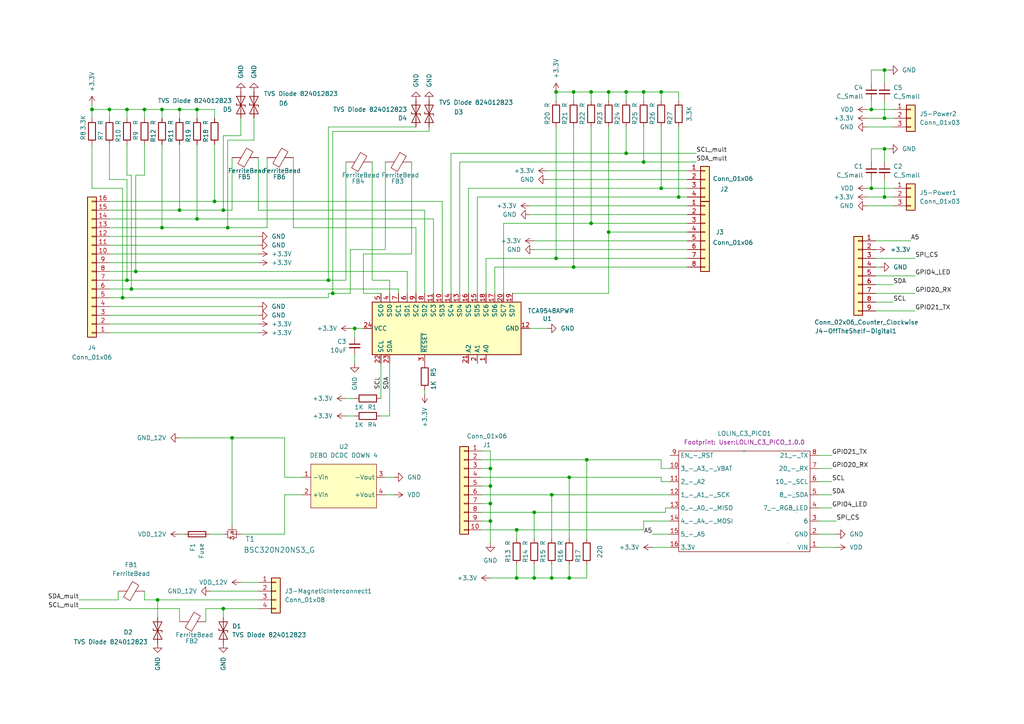
<source format=kicad_sch>
(kicad_sch (version 20231120) (generator "eeschema") (generator_version "8.0")
  (paper "A4")
  (junction (at 57.15 63.5))
  (junction (at 142.24 151.13))
  (junction (at 171.45 64.77))
  (junction (at 181.61 44.45))
  (junction (at 166.37 26.67))
  (junction (at 256.54 20.32))
  (junction (at 142.24 140.97))
  (junction (at 102.87 95.25))
  (junction (at 154.94 148.59))
  (junction (at 45.72 173.99))
  (junction (at 171.45 26.67))
  (junction (at 46.99 66.04))
  (junction (at 166.37 77.47))
  (junction (at 57.15 31.75))
  (junction (at 161.29 74.93))
  (junction (at 62.23 58.42))
  (junction (at 191.77 26.67))
  (junction (at 46.99 31.75))
  (junction (at 36.83 31.75))
  (junction (at 196.85 57.15))
  (junction (at 149.86 167.64))
  (junction (at 256.54 57.15))
  (junction (at 66.04 66.04))
  (junction (at 95.25 81.28))
  (junction (at 67.31 127))
  (junction (at 252.73 54.61))
  (junction (at 256.54 43.18))
  (junction (at 165.1 167.64))
  (junction (at 36.83 81.28))
  (junction (at 64.77 176.53))
  (junction (at 256.54 34.29))
  (junction (at 160.02 143.51))
  (junction (at 154.94 167.64))
  (junction (at 26.67 31.75))
  (junction (at 41.91 31.75))
  (junction (at 161.29 26.67))
  (junction (at 142.24 146.05))
  (junction (at 181.61 26.67))
  (junction (at 96.52 85.09))
  (junction (at 160.02 167.64))
  (junction (at 31.75 31.75))
  (junction (at 38.1 83.82))
  (junction (at 191.77 54.61))
  (junction (at 165.1 138.43))
  (junction (at 176.53 26.67))
  (junction (at 64.77 60.96))
  (junction (at 39.37 78.74))
  (junction (at 252.73 31.75))
  (junction (at 52.07 60.96))
  (junction (at 186.69 26.67))
  (junction (at 52.07 31.75))
  (junction (at 170.18 133.35))
  (junction (at 142.24 135.89))
  (junction (at 176.53 67.31))
  (junction (at 149.86 153.67))
  (junction (at 186.69 46.99))
  (junction (at 35.56 86.36))
  (wire (pts (xy 189.23 158.75) (xy 194.31 158.75)))
  (wire (pts (xy 57.15 41.91) (xy 57.15 63.5)))
  (wire (pts (xy 139.7 151.13) (xy 142.24 151.13)))
  (wire (pts (xy 102.87 95.25) (xy 105.41 95.25)))
  (wire (pts (xy 170.18 133.35) (xy 191.77 133.35)))
  (wire (pts (xy 255.27 77.47) (xy 254 77.47)))
  (wire (pts (xy 256.54 20.32) (xy 257.81 20.32)))
  (wire (pts (xy 111.76 143.51) (xy 114.3 143.51)))
  (wire (pts (xy 118.11 78.74) (xy 118.11 85.09)))
  (wire (pts (xy 124.46 36.83) (xy 124.46 38.1)))
  (wire (pts (xy 31.75 78.74) (xy 39.37 78.74)))
  (wire (pts (xy 38.1 50.8) (xy 38.1 83.82)))
  (wire (pts (xy 57.15 31.75) (xy 57.15 34.29)))
  (wire (pts (xy 95.25 36.83) (xy 95.25 81.28)))
  (wire (pts (xy 189.23 154.94) (xy 194.31 154.94)))
  (wire (pts (xy 160.02 143.51) (xy 194.31 143.51)))
  (wire (pts (xy 105.41 73.66) (xy 105.41 85.09)))
  (wire (pts (xy 154.94 72.39) (xy 199.39 72.39)))
  (wire (pts (xy 139.7 140.97) (xy 142.24 140.97)))
  (wire (pts (xy 256.54 34.29) (xy 259.08 34.29)))
  (wire (pts (xy 143.51 85.09) (xy 143.51 77.47)))
  (wire (pts (xy 31.75 91.44) (xy 74.93 91.44)))
  (wire (pts (xy 82.55 143.51) (xy 87.63 143.51)))
  (wire (pts (xy 74.93 60.96) (xy 123.19 60.96)))
  (wire (pts (xy 60.96 171.45) (xy 74.93 171.45)))
  (wire (pts (xy 139.7 146.05) (xy 142.24 146.05)))
  (wire (pts (xy 153.67 59.69) (xy 199.39 59.69)))
  (wire (pts (xy 96.52 85.09) (xy 101.6 85.09)))
  (wire (pts (xy 57.15 63.5) (xy 125.73 63.5)))
  (wire (pts (xy 142.24 140.97) (xy 142.24 146.05)))
  (wire (pts (xy 251.46 36.83) (xy 259.08 36.83)))
  (wire (pts (xy 139.7 130.81) (xy 142.24 130.81)))
  (wire (pts (xy 77.47 45.72) (xy 77.47 66.04)))
  (wire (pts (xy 82.55 154.94) (xy 82.55 143.51)))
  (wire (pts (xy 196.85 57.15) (xy 199.39 57.15)))
  (wire (pts (xy 41.91 31.75) (xy 41.91 34.29)))
  (wire (pts (xy 36.83 50.8) (xy 38.1 50.8)))
  (wire (pts (xy 256.54 29.21) (xy 256.54 34.29)))
  (wire (pts (xy 176.53 36.83) (xy 176.53 67.31)))
  (wire (pts (xy 139.7 133.35) (xy 170.18 133.35)))
  (wire (pts (xy 31.75 81.28) (xy 36.83 81.28)))
  (wire (pts (xy 38.1 83.82) (xy 31.75 83.82)))
  (wire (pts (xy 191.77 36.83) (xy 191.77 54.61)))
  (wire (pts (xy 135.89 54.61) (xy 135.89 85.09)))
  (wire (pts (xy 139.7 153.67) (xy 149.86 153.67)))
  (wire (pts (xy 115.57 83.82) (xy 115.57 85.09)))
  (wire (pts (xy 135.89 54.61) (xy 191.77 54.61)))
  (wire (pts (xy 100.33 46.99) (xy 100.33 81.28)))
  (wire (pts (xy 52.07 176.53) (xy 52.07 180.34)))
  (wire (pts (xy 66.04 40.64) (xy 66.04 66.04)))
  (wire (pts (xy 101.6 72.39) (xy 101.6 85.09)))
  (wire (pts (xy 64.77 179.07) (xy 64.77 176.53)))
  (wire (pts (xy 142.24 130.81) (xy 142.24 135.89)))
  (wire (pts (xy 46.99 31.75) (xy 46.99 34.29)))
  (wire (pts (xy 31.75 31.75) (xy 31.75 34.29)))
  (wire (pts (xy 149.86 167.64) (xy 154.94 167.64)))
  (wire (pts (xy 254 82.55) (xy 259.08 82.55)))
  (wire (pts (xy 148.59 85.09) (xy 176.53 85.09)))
  (wire (pts (xy 102.87 102.87) (xy 102.87 105.41)))
  (wire (pts (xy 252.73 43.18) (xy 256.54 43.18)))
  (wire (pts (xy 254 74.93) (xy 265.43 74.93)))
  (wire (pts (xy 31.75 63.5) (xy 57.15 63.5)))
  (wire (pts (xy 160.02 167.64) (xy 165.1 167.64)))
  (wire (pts (xy 256.54 52.07) (xy 256.54 57.15)))
  (wire (pts (xy 133.35 85.09) (xy 133.35 46.99)))
  (wire (pts (xy 57.15 31.75) (xy 62.23 31.75)))
  (wire (pts (xy 52.07 60.96) (xy 64.77 60.96)))
  (wire (pts (xy 120.65 36.83) (xy 95.25 36.83)))
  (wire (pts (xy 251.46 57.15) (xy 256.54 57.15)))
  (wire (pts (xy 46.99 41.91) (xy 46.99 66.04)))
  (wire (pts (xy 254 90.17) (xy 265.43 90.17)))
  (wire (pts (xy 73.66 40.64) (xy 66.04 40.64)))
  (wire (pts (xy 67.31 45.72) (xy 67.31 60.96)))
  (wire (pts (xy 140.97 74.93) (xy 140.97 85.09)))
  (wire (pts (xy 237.49 132.08) (xy 241.3 132.08)))
  (wire (pts (xy 186.69 26.67) (xy 186.69 29.21)))
  (wire (pts (xy 196.85 26.67) (xy 196.85 29.21)))
  (wire (pts (xy 161.29 26.67) (xy 161.29 29.21)))
  (wire (pts (xy 41.91 171.45) (xy 41.91 173.99)))
  (wire (pts (xy 110.49 120.65) (xy 113.03 120.65)))
  (wire (pts (xy 170.18 133.35) (xy 170.18 156.21)))
  (wire (pts (xy 59.69 176.53) (xy 64.77 176.53)))
  (wire (pts (xy 105.41 85.09) (xy 110.49 85.09)))
  (wire (pts (xy 101.6 95.25) (xy 102.87 95.25)))
  (wire (pts (xy 154.94 148.59) (xy 154.94 156.21)))
  (wire (pts (xy 176.53 26.67) (xy 181.61 26.67)))
  (wire (pts (xy 252.73 46.99) (xy 252.73 43.18)))
  (wire (pts (xy 31.75 31.75) (xy 36.83 31.75)))
  (wire (pts (xy 237.49 154.94) (xy 242.57 154.94)))
  (wire (pts (xy 191.77 26.67) (xy 196.85 26.67)))
  (wire (pts (xy 256.54 43.18) (xy 256.54 46.99)))
  (wire (pts (xy 143.51 77.47) (xy 166.37 77.47)))
  (wire (pts (xy 171.45 26.67) (xy 171.45 29.21)))
  (wire (pts (xy 34.29 171.45) (xy 34.29 173.99)))
  (wire (pts (xy 82.55 138.43) (xy 87.63 138.43)))
  (wire (pts (xy 166.37 36.83) (xy 166.37 77.47)))
  (wire (pts (xy 120.65 66.04) (xy 120.65 85.09)))
  (wire (pts (xy 138.43 57.15) (xy 138.43 85.09)))
  (wire (pts (xy 22.86 176.53) (xy 52.07 176.53)))
  (wire (pts (xy 186.69 153.67) (xy 186.69 151.13)))
  (wire (pts (xy 186.69 26.67) (xy 191.77 26.67)))
  (wire (pts (xy 191.77 138.43) (xy 191.77 139.7)))
  (wire (pts (xy 64.77 60.96) (xy 67.31 60.96)))
  (wire (pts (xy 69.85 39.37) (xy 64.77 39.37)))
  (wire (pts (xy 35.56 54.61) (xy 35.56 86.36)))
  (wire (pts (xy 85.09 45.72) (xy 85.09 66.04)))
  (wire (pts (xy 95.25 85.09) (xy 96.52 85.09)))
  (wire (pts (xy 254 85.09) (xy 265.43 85.09)))
  (wire (pts (xy 59.69 176.53) (xy 59.69 180.34)))
  (wire (pts (xy 128.27 58.42) (xy 128.27 85.09)))
  (wire (pts (xy 251.46 31.75) (xy 252.73 31.75)))
  (wire (pts (xy 161.29 74.93) (xy 199.39 74.93)))
  (wire (pts (xy 41.91 173.99) (xy 45.72 173.99)))
  (wire (pts (xy 111.76 138.43) (xy 114.3 138.43)))
  (wire (pts (xy 74.93 168.91) (xy 69.85 168.91)))
  (wire (pts (xy 139.7 143.51) (xy 160.02 143.51)))
  (wire (pts (xy 138.43 57.15) (xy 196.85 57.15)))
  (wire (pts (xy 193.04 147.32) (xy 194.31 147.32)))
  (wire (pts (xy 45.72 173.99) (xy 45.72 179.07)))
  (wire (pts (xy 31.75 76.2) (xy 74.93 76.2)))
  (wire (pts (xy 237.49 151.13) (xy 242.57 151.13)))
  (wire (pts (xy 26.67 54.61) (xy 35.56 54.61)))
  (wire (pts (xy 85.09 66.04) (xy 120.65 66.04)))
  (wire (pts (xy 170.18 163.83) (xy 170.18 167.64)))
  (wire (pts (xy 181.61 26.67) (xy 186.69 26.67)))
  (wire (pts (xy 102.87 95.25) (xy 102.87 97.79)))
  (wire (pts (xy 69.85 154.94) (xy 82.55 154.94)))
  (wire (pts (xy 186.69 46.99) (xy 201.93 46.99)))
  (wire (pts (xy 146.05 64.77) (xy 171.45 64.77)))
  (wire (pts (xy 171.45 26.67) (xy 176.53 26.67)))
  (wire (pts (xy 119.38 46.99) (xy 119.38 73.66)))
  (wire (pts (xy 251.46 59.69) (xy 259.08 59.69)))
  (wire (pts (xy 31.75 68.58) (xy 74.93 68.58)))
  (wire (pts (xy 186.69 151.13) (xy 194.31 151.13)))
  (wire (pts (xy 142.24 146.05) (xy 142.24 151.13)))
  (wire (pts (xy 95.25 81.28) (xy 100.33 81.28)))
  (wire (pts (xy 142.24 151.13) (xy 142.24 157.48)))
  (wire (pts (xy 171.45 36.83) (xy 171.45 64.77)))
  (wire (pts (xy 160.02 163.83) (xy 160.02 167.64)))
  (wire (pts (xy 252.73 24.13) (xy 252.73 20.32)))
  (wire (pts (xy 73.66 34.29) (xy 73.66 40.64)))
  (wire (pts (xy 165.1 163.83) (xy 165.1 167.64)))
  (wire (pts (xy 39.37 78.74) (xy 118.11 78.74)))
  (wire (pts (xy 191.77 135.89) (xy 194.31 135.89)))
  (wire (pts (xy 74.93 45.72) (xy 74.93 60.96)))
  (wire (pts (xy 140.97 74.93) (xy 161.29 74.93)))
  (wire (pts (xy 154.94 148.59) (xy 193.04 148.59)))
  (wire (pts (xy 181.61 26.67) (xy 181.61 29.21)))
  (wire (pts (xy 45.72 173.99) (xy 74.93 173.99)))
  (wire (pts (xy 252.73 52.07) (xy 252.73 54.61)))
  (wire (pts (xy 251.46 34.29) (xy 256.54 34.29)))
  (wire (pts (xy 237.49 135.89) (xy 241.3 135.89)))
  (wire (pts (xy 31.75 41.91) (xy 31.75 52.07)))
  (wire (pts (xy 31.75 66.04) (xy 46.99 66.04)))
  (wire (pts (xy 26.67 31.75) (xy 26.67 34.29)))
  (wire (pts (xy 52.07 154.94) (xy 53.34 154.94)))
  (wire (pts (xy 69.85 34.29) (xy 69.85 39.37)))
  (wire (pts (xy 252.73 31.75) (xy 259.08 31.75)))
  (wire (pts (xy 160.02 143.51) (xy 160.02 156.21)))
  (wire (pts (xy 165.1 138.43) (xy 165.1 156.21)))
  (wire (pts (xy 41.91 41.91) (xy 41.91 50.8)))
  (wire (pts (xy 154.94 69.85) (xy 199.39 69.85)))
  (wire (pts (xy 125.73 63.5) (xy 125.73 85.09)))
  (wire (pts (xy 22.86 173.99) (xy 34.29 173.99)))
  (wire (pts (xy 111.76 72.39) (xy 101.6 72.39)))
  (wire (pts (xy 149.86 163.83) (xy 149.86 167.64)))
  (wire (pts (xy 31.75 58.42) (xy 62.23 58.42)))
  (wire (pts (xy 36.83 31.75) (xy 41.91 31.75)))
  (wire (pts (xy 154.94 167.64) (xy 160.02 167.64)))
  (wire (pts (xy 256.54 43.18) (xy 257.81 43.18)))
  (wire (pts (xy 46.99 31.75) (xy 52.07 31.75)))
  (wire (pts (xy 142.24 167.64) (xy 149.86 167.64)))
  (wire (pts (xy 158.75 49.53) (xy 199.39 49.53)))
  (wire (pts (xy 176.53 85.09) (xy 176.53 67.31)))
  (wire (pts (xy 186.69 36.83) (xy 186.69 46.99)))
  (wire (pts (xy 139.7 135.89) (xy 142.24 135.89)))
  (wire (pts (xy 251.46 54.61) (xy 252.73 54.61)))
  (wire (pts (xy 26.67 30.48) (xy 26.67 31.75)))
  (wire (pts (xy 31.75 88.9) (xy 74.93 88.9)))
  (wire (pts (xy 36.83 41.91) (xy 36.83 50.8)))
  (wire (pts (xy 181.61 36.83) (xy 181.61 44.45)))
  (wire (pts (xy 95.25 86.36) (xy 95.25 85.09)))
  (wire (pts (xy 100.33 115.57) (xy 102.87 115.57)))
  (wire (pts (xy 123.19 113.03) (xy 123.19 114.3)))
  (wire (pts (xy 149.86 153.67) (xy 149.86 156.21)))
  (wire (pts (xy 191.77 26.67) (xy 191.77 29.21)))
  (wire (pts (xy 130.81 44.45) (xy 181.61 44.45)))
  (wire (pts (xy 176.53 26.67) (xy 176.53 29.21)))
  (wire (pts (xy 161.29 26.67) (xy 166.37 26.67)))
  (wire (pts (xy 31.75 86.36) (xy 35.56 86.36)))
  (wire (pts (xy 31.75 96.52) (xy 74.93 96.52)))
  (wire (pts (xy 237.49 158.75) (xy 242.57 158.75)))
  (wire (pts (xy 191.77 133.35) (xy 191.77 135.89)))
  (wire (pts (xy 191.77 139.7) (xy 194.31 139.7)))
  (wire (pts (xy 181.61 44.45) (xy 201.93 44.45)))
  (wire (pts (xy 176.53 67.31) (xy 199.39 67.31)))
  (wire (pts (xy 31.75 73.66) (xy 74.93 73.66)))
  (wire (pts (xy 26.67 41.91) (xy 26.67 54.61)))
  (wire (pts (xy 237.49 147.32) (xy 241.3 147.32)))
  (wire (pts (xy 133.35 46.99) (xy 186.69 46.99)))
  (wire (pts (xy 119.38 73.66) (xy 105.41 73.66)))
  (wire (pts (xy 124.46 38.1) (xy 96.52 38.1)))
  (wire (pts (xy 252.73 29.21) (xy 252.73 31.75)))
  (wire (pts (xy 31.75 60.96) (xy 52.07 60.96)))
  (wire (pts (xy 64.77 39.37) (xy 64.77 60.96)))
  (wire (pts (xy 237.49 139.7) (xy 241.3 139.7)))
  (wire (pts (xy 41.91 31.75) (xy 46.99 31.75)))
  (wire (pts (xy 142.24 135.89) (xy 142.24 140.97)))
  (wire (pts (xy 52.07 41.91) (xy 52.07 60.96)))
  (wire (pts (xy 254 69.85) (xy 264.16 69.85)))
  (wire (pts (xy 111.76 46.99) (xy 111.76 72.39)))
  (wire (pts (xy 123.19 60.96) (xy 123.19 85.09)))
  (wire (pts (xy 153.67 62.23) (xy 199.39 62.23)))
  (wire (pts (xy 62.23 41.91) (xy 62.23 58.42)))
  (wire (pts (xy 158.75 52.07) (xy 199.39 52.07)))
  (wire (pts (xy 52.07 31.75) (xy 57.15 31.75)))
  (wire (pts (xy 38.1 83.82) (xy 115.57 83.82)))
  (wire (pts (xy 154.94 163.83) (xy 154.94 167.64)))
  (wire (pts (xy 67.31 127) (xy 82.55 127)))
  (wire (pts (xy 139.7 148.59) (xy 154.94 148.59)))
  (wire (pts (xy 254 80.01) (xy 265.43 80.01)))
  (wire (pts (xy 96.52 38.1) (xy 96.52 85.09)))
  (wire (pts (xy 110.49 105.41) (xy 110.49 115.57)))
  (wire (pts (xy 252.73 20.32) (xy 256.54 20.32)))
  (wire (pts (xy 62.23 31.75) (xy 62.23 34.29)))
  (wire (pts (xy 107.95 46.99) (xy 107.95 81.28)))
  (wire (pts (xy 113.03 105.41) (xy 113.03 120.65)))
  (wire (pts (xy 193.04 148.59) (xy 193.04 147.32)))
  (wire (pts (xy 252.73 54.61) (xy 259.08 54.61)))
  (wire (pts (xy 60.96 154.94) (xy 64.77 154.94)))
  (wire (pts (xy 166.37 26.67) (xy 171.45 26.67)))
  (wire (pts (xy 191.77 54.61) (xy 199.39 54.61)))
  (wire (pts (xy 166.37 26.67) (xy 166.37 29.21)))
  (wire (pts (xy 36.83 52.07) (xy 36.83 81.28)))
  (wire (pts (xy 64.77 176.53) (xy 74.93 176.53)))
  (wire (pts (xy 256.54 20.32) (xy 256.54 24.13)))
  (wire (pts (xy 62.23 58.42) (xy 128.27 58.42)))
  (wire (pts (xy 41.91 50.8) (xy 39.37 50.8)))
  (wire (pts (xy 36.83 31.75) (xy 36.83 34.29)))
  (wire (pts (xy 153.67 95.25) (xy 158.75 95.25)))
  (wire (pts (xy 161.29 36.83) (xy 161.29 74.93)))
  (wire (pts (xy 107.95 81.28) (xy 113.03 81.28)))
  (wire (pts (xy 171.45 64.77) (xy 199.39 64.77)))
  (wire (pts (xy 52.07 127) (xy 67.31 127)))
  (wire (pts (xy 31.75 52.07) (xy 36.83 52.07)))
  (wire (pts (xy 149.86 153.67) (xy 186.69 153.67)))
  (wire (pts (xy 166.37 77.47) (xy 199.39 77.47)))
  (wire (pts (xy 31.75 93.98) (xy 74.93 93.98)))
  (wire (pts (xy 46.99 66.04) (xy 66.04 66.04)))
  (wire (pts (xy 52.07 31.75) (xy 52.07 34.29)))
  (wire (pts (xy 39.37 50.8) (xy 39.37 78.74)))
  (wire (pts (xy 139.7 138.43) (xy 165.1 138.43)))
  (wire (pts (xy 237.49 143.51) (xy 241.3 143.51)))
  (wire (pts (xy 130.81 85.09) (xy 130.81 44.45)))
  (wire (pts (xy 100.33 120.65) (xy 102.87 120.65)))
  (wire (pts (xy 113.03 81.28) (xy 113.03 85.09)))
  (wire (pts (xy 26.67 31.75) (xy 31.75 31.75)))
  (wire (pts (xy 35.56 86.36) (xy 95.25 86.36)))
  (wire (pts (xy 36.83 81.28) (xy 95.25 81.28)))
  (wire (pts (xy 196.85 36.83) (xy 196.85 57.15)))
  (wire (pts (xy 146.05 85.09) (xy 146.05 64.77)))
  (wire (pts (xy 165.1 167.64) (xy 170.18 167.64)))
  (wire (pts (xy 165.1 138.43) (xy 191.77 138.43)))
  (wire (pts (xy 256.54 57.15) (xy 259.08 57.15)))
  (wire (pts (xy 31.75 71.12) (xy 74.93 71.12)))
  (wire (pts (xy 254 87.63) (xy 259.08 87.63)))
  (wire (pts (xy 82.55 138.43) (xy 82.55 127)))
  (wire (pts (xy 66.04 66.04) (xy 77.47 66.04)))
  (wire (pts (xy 67.31 152.4) (xy 67.31 127)))
  (label "GPIO20_RX" (at 241.3 135.89 0))
  (label "GPIO4_LED" (at 241.3 147.32 0))
  (label "SCL" (at 259.08 87.63 0))
  (label "SDA_mult" (at 22.86 173.99 180))
  (label "A5" (at 264.16 69.85 0))
  (label "SDA" (at 241.3 143.51 0))
  (label "A5" (at 189.23 154.94 180))
  (label "SCL" (at 241.3 139.7 0))
  (label "SCL_mult" (at 201.93 44.45 0))
  (label "GPIO4_LED" (at 265.43 80.01 0))
  (label "SPI_CS" (at 242.57 151.13 0))
  (label "GPIO20_RX" (at 265.43 85.09 0))
  (label "SCL" (at 110.49 109.22 270))
  (label "SPI_CS" (at 265.43 74.93 0))
  (label "GPIO21_TX" (at 265.43 90.17 0))
  (label "SDA_mult" (at 201.93 46.99 0))
  (label "SDA" (at 113.03 109.22 270))
  (label "SDA" (at 259.08 82.55 0))
  (label "GPIO21_TX" (at 241.3 132.08 0))
  (label "SCL_mult" (at 22.86 176.53 180))
  (symbol (lib_id "UserDefined:LOLIN_C3_PICO_1.0.0") (at 215.9 130.81 0) (unit 1)
    (property "Reference" "LOLIN_C3_PICO1" (at 215.9 125.73 0))
    (property "Value" "~" (at 215.9 130.81 0))
    (property "Footprint" "User:LOLIN_C3_PICO_1.0.0" (at 215.9 128.27 0) (show_name yes))
    (property "Datasheet" "https://www.espressif.com/sites/default/files/documentation/esp32-c3_datasheet_en.pdf" (effects (hide yes)))
  )
  (symbol (lib_id "power:GND") (at 74.93 71.12 90) (mirror x) (unit 1)
    (property "Reference" "#PWR028" (effects (hide yes)))
    (property "Value" "GND" (at 78.74 71.1199 90) (effects (justify right)))
  )
  (symbol (lib_id "power:GND") (at 102.87 105.41 0) (unit 1)
    (property "Reference" "#PWR015" (effects (hide yes)))
    (property "Value" "GND" (at 102.87 109.22 90) (effects (justify right)))
  )
  (symbol (lib_id "Device:R") (at 106.68 120.65 90) (unit 1)
    (property "Reference" "R4" (at 107.95 123.19 90))
    (property "Value" "1K" (at 104.14 123.19 90))
    (property "Footprint" "Resistor_SMD:R_0805_2012Metric_Pad1.20x1.40mm_HandSolder" (effects (hide yes)))
  )
  (symbol (lib_id "Connector_Generic:Conn_01x08") (at 204.47 67.31 0) (unit 1)
    (property "Reference" "J3" (at 208.788 67.31 0))
    (property "Value" "Conn_01x06" (at 212.598 70.358 0))
    (property "Footprint" "Connector_PinHeader_2.54mm:PinHeader_1x08_P2.54mm_Vertical" (effects (hide yes)))
    (property "Description" "Generic connector, single row, 01x08, script generated (kicad-library-utils/schlib/autogen/connector/)" (effects (hide yes)))
  )
  (symbol (lib_id "power:+3.3V") (at 74.93 93.98 270) (unit 1)
    (property "Reference" "#PWR031" (effects (hide yes)))
    (property "Value" "+3.3V" (at 78.74 93.98 90) (effects (justify left)))
  )
  (symbol (lib_id "Diode:SMAJ400CA") (at 124.46 33.02 270) (unit 1)
    (property "Reference" "D3" (at 134.366 32.512 90) (effects (justify right)))
    (property "Value" "TVS Diode 824012823" (at 148.844 29.718 90) (effects (justify right)))
    (property "Footprint" "Resistor_SMD:R_0603_1608Metric_Pad0.98x0.95mm_HandSolder" (effects (hide yes)))
    (property "Datasheet" "https://www.littelfuse.com/media?resourcetype=datasheets&itemid=75e32973-b177-4ee3-a0ff-cedaf1abdb93&filename=smaj-datasheet" (effects (hide yes)))
    (property "Description" "600W bidirectional Transient Voltage Suppressor, 400.0Vr, SMA(DO-214AC)" (effects (hide yes)))
  )
  (symbol (lib_id "power:VDD") (at 52.07 154.94 90) (mirror x) (unit 1)
    (property "Reference" "#PWR021" (effects (hide yes)))
    (property "Value" "VDD_12V" (at 48.26 154.94 90) (effects (justify left)))
  )
  (symbol (lib_id "Device:FerriteBead") (at 38.1 171.45 90) (unit 1)
    (property "Reference" "FB1" (at 38.0492 163.83 90))
    (property "Value" "FerriteBead" (at 38.0492 166.37 90))
    (property "Footprint" "Resistor_SMD:R_0805_2012Metric_Pad1.20x1.40mm_HandSolder" (effects (hide yes)))
    (property "Description" "Ferrite bead" (effects (hide yes)))
  )
  (symbol (lib_id "power:GND") (at 69.85 26.67 180) (unit 1)
    (property "Reference" "#PWR051" (effects (hide yes)))
    (property "Value" "GND" (at 69.8499 22.86 90) (effects (justify right)))
  )
  (symbol (lib_id "Diode:SMAJ250CA") (at 69.85 30.48 270) (unit 1)
    (property "Reference" "D5" (at 67.31 31.7501 90) (effects (justify right)))
    (property "Value" "TVS Diode 824012823" (at 67.31 29.2101 90) (effects (justify right)))
    (property "Footprint" "Resistor_SMD:R_0603_1608Metric_Pad0.98x0.95mm_HandSolder" (effects (hide yes)))
    (property "Datasheet" "https://www.littelfuse.com/media?resourcetype=datasheets&itemid=75e32973-b177-4ee3-a0ff-cedaf1abdb93&filename=smaj-datasheet" (effects (hide yes)))
    (property "Description" "600W bidirectional Transient Voltage Suppressor, 250.0Vr, SMA(DO-214AC)" (effects (hide yes)))
  )
  (symbol (lib_id "power:GND") (at 45.72 186.69 0) (unit 1)
    (property "Reference" "#PWR038" (effects (hide yes)))
    (property "Value" "GND" (at 45.7201 190.5 90) (effects (justify right)))
  )
  (symbol (lib_id "power:GND") (at 154.94 72.39 270) (unit 1)
    (property "Reference" "#PWR050" (effects (hide yes)))
    (property "Value" "GND" (at 151.13 72.3901 90) (effects (justify right)))
  )
  (symbol (lib_id "Device:R") (at 166.37 33.02 0) (unit 1)
    (property "Reference" "R21" (at 163.83 34.29 90))
    (property "Value" "R" (at 163.83 30.48 90))
    (property "Footprint" "Resistor_SMD:R_0805_2012Metric_Pad1.20x1.40mm_HandSolder" (effects (hide yes)))
  )
  (symbol (lib_id "power:+3.3V") (at 100.33 115.57 90) (unit 1)
    (property "Reference" "#PWR016" (effects (hide yes)))
    (property "Value" "+3.3V" (at 96.52 115.57 90) (effects (justify left)))
  )
  (symbol (lib_id "power:GND") (at 257.81 20.32 90) (unit 1)
    (property "Reference" "#PWR026" (effects (hide yes)))
    (property "Value" "GND" (at 261.62 20.32 90) (effects (justify right)))
  )
  (symbol (lib_id "Diode:SMAJ400CA") (at 45.72 182.88 90) (unit 1)
    (property "Reference" "D2" (at 35.814 183.388 90) (effects (justify right)))
    (property "Value" "TVS Diode 824012823" (at 21.336 186.182 90) (effects (justify right)))
    (property "Footprint" "Resistor_SMD:R_0603_1608Metric_Pad0.98x0.95mm_HandSolder" (effects (hide yes)))
    (property "Datasheet" "https://www.littelfuse.com/media?resourcetype=datasheets&itemid=75e32973-b177-4ee3-a0ff-cedaf1abdb93&filename=smaj-datasheet" (effects (hide yes)))
    (property "Description" "600W bidirectional Transient Voltage Suppressor, 400.0Vr, SMA(DO-214AC)" (effects (hide yes)))
  )
  (symbol (lib_id "power:+3.3V") (at 123.19 114.3 180) (unit 1)
    (property "Reference" "#PWR020" (effects (hide yes)))
    (property "Value" "+3.3V" (at 123.19 118.11 90) (effects (justify left)))
  )
  (symbol (lib_id "power:GND") (at 60.96 171.45 270) (unit 1)
    (property "Reference" "#PWR011" (effects (hide yes)))
    (property "Value" "GND_12V" (at 57.15 171.4499 90) (effects (justify right)))
  )
  (symbol (lib_id "Diode:SMAJ250CA") (at 120.65 33.02 270) (unit 1)
    (property "Reference" "D4" (at 118.11 34.2901 90) (effects (justify right)))
    (property "Value" "TVS Diode 824012823" (at 118.11 31.7501 90) (effects (justify right)))
    (property "Footprint" "Resistor_SMD:R_0603_1608Metric_Pad0.98x0.95mm_HandSolder" (effects (hide yes)))
    (property "Datasheet" "https://www.littelfuse.com/media?resourcetype=datasheets&itemid=75e32973-b177-4ee3-a0ff-cedaf1abdb93&filename=smaj-datasheet" (effects (hide yes)))
    (property "Description" "600W bidirectional Transient Voltage Suppressor, 250.0Vr, SMA(DO-214AC)" (effects (hide yes)))
  )
  (symbol (lib_id "Device:R") (at 106.68 115.57 90) (unit 1)
    (property "Reference" "R1" (at 107.95 118.11 90))
    (property "Value" "1K" (at 104.14 118.11 90))
    (property "Footprint" "Resistor_SMD:R_0805_2012Metric_Pad1.20x1.40mm_HandSolder" (effects (hide yes)))
  )
  (symbol (lib_id "Device:FerriteBead") (at 55.88 180.34 270) (unit 1)
    (property "Reference" "FB2" (at 55.626 185.928 90))
    (property "Value" "FerriteBead" (at 56.388 184.15 90))
    (property "Footprint" "Resistor_SMD:R_0805_2012Metric_Pad1.20x1.40mm_HandSolder" (effects (hide yes)))
    (property "Description" "Ferrite bead" (effects (hide yes)))
  )
  (symbol (lib_id "Device:R") (at 181.61 33.02 0) (unit 1)
    (property "Reference" "R24" (at 179.07 34.29 90))
    (property "Value" "R" (at 179.07 30.48 90))
    (property "Footprint" "Resistor_SMD:R_0805_2012Metric_Pad1.20x1.40mm_HandSolder" (effects (hide yes)))
  )
  (symbol (lib_id "Device:R") (at 191.77 33.02 0) (unit 1)
    (property "Reference" "R26" (at 189.23 34.29 90))
    (property "Value" "R" (at 189.23 30.48 90))
    (property "Footprint" "Resistor_SMD:R_0805_2012Metric_Pad1.20x1.40mm_HandSolder" (effects (hide yes)))
  )
  (symbol (lib_id "Device:R") (at 176.53 33.02 0) (unit 1)
    (property "Reference" "R23" (at 173.99 34.29 90))
    (property "Value" "R" (at 173.99 30.48 90))
    (property "Footprint" "Resistor_SMD:R_0805_2012Metric_Pad1.20x1.40mm_HandSolder" (effects (hide yes)))
  )
  (symbol (lib_id "power:+3.3V") (at 251.46 34.29 90) (unit 1)
    (property "Reference" "#PWR024" (effects (hide yes)))
    (property "Value" "+3.3V" (at 247.65 34.29 90) (effects (justify left)))
  )
  (symbol (lib_id "Device:FerriteBead") (at 115.57 46.99 270) (unit 1)
    (property "Reference" "FB3" (at 115.316 52.578 90))
    (property "Value" "FerriteBead" (at 116.078 50.8 90))
    (property "Footprint" "Resistor_SMD:R_0805_2012Metric_Pad1.20x1.40mm_HandSolder" (effects (hide yes)))
    (property "Description" "Ferrite bead" (effects (hide yes)))
  )
  (symbol (lib_id "Device:R") (at 46.99 38.1 0) (unit 1)
    (property "Reference" "R12" (at 44.45 39.37 90))
    (property "Value" "R" (at 44.45 35.56 90))
    (property "Footprint" "Resistor_SMD:R_0805_2012Metric_Pad1.20x1.40mm_HandSolder" (effects (hide yes)))
  )
  (symbol (lib_id "power:+3.3V") (at 251.46 57.15 90) (unit 1)
    (property "Reference" "#PWR04" (effects (hide yes)))
    (property "Value" "+3.3V" (at 247.65 57.15 90) (effects (justify left)))
  )
  (symbol (lib_id "Device:R") (at 161.29 33.02 0) (unit 1)
    (property "Reference" "R20" (at 158.75 34.29 90))
    (property "Value" "R" (at 158.75 30.48 90))
    (property "Footprint" "Resistor_SMD:R_0805_2012Metric_Pad1.20x1.40mm_HandSolder" (effects (hide yes)))
  )
  (symbol (lib_id "Device:Fuse") (at 57.15 154.94 90) (mirror x) (unit 1)
    (property "Reference" "F1" (at 55.8799 157.48 0) (effects (justify left)))
    (property "Value" "Fuse" (at 58.4199 157.48 0) (effects (justify left)))
    (property "Footprint" "Fuse:Fuse_0805_2012Metric_Pad1.15x1.40mm_HandSolder" (effects (hide yes)))
    (property "Description" "Fuse" (effects (hide yes)))
  )
  (symbol (lib_id "Device:R") (at 123.19 109.22 180) (unit 1)
    (property "Reference" "R5" (at 125.73 107.95 90))
    (property "Value" "1K" (at 125.73 111.76 90))
    (property "Footprint" "Resistor_SMD:R_0805_2012Metric_Pad1.20x1.40mm_HandSolder" (effects (hide yes)))
  )
  (symbol (lib_id "Device:R") (at 57.15 38.1 0) (unit 1)
    (property "Reference" "R19" (at 54.61 39.37 90))
    (property "Value" "R" (at 54.61 35.56 90))
    (property "Footprint" "Resistor_SMD:R_0805_2012Metric_Pad1.20x1.40mm_HandSolder" (effects (hide yes)))
  )
  (symbol (lib_id "power:GND") (at 255.27 77.47 90) (unit 1)
    (property "Reference" "#PWR03" (effects (hide yes)))
    (property "Value" "GND" (at 259.08 77.47 90) (effects (justify right)))
  )
  (symbol (lib_id "buck_convertor:DEBO_DCDC_DOWN_4") (at 129.54 147.32 0) (unit 1)
    (property "Reference" "U2" (at 99.695 129.54 0))
    (property "Value" "DEBO DCDC DOWN 4" (at 99.695 132.08 0))
    (property "Footprint" "DEBO DCDC DOWN 4:DEBO DCDC DOWN 4" (effects (hide yes)))
  )
  (symbol (lib_id "Device:C_Small") (at 256.54 26.67 0) (unit 1)
    (property "Reference" "C5" (at 259.08 25.4063 0) (effects (justify left)))
    (property "Value" "C_Small" (at 259.08 27.9463 0) (effects (justify left)))
    (property "Footprint" "Capacitor_SMD:C_0805_2012Metric_Pad1.18x1.45mm_HandSolder" (effects (hide yes)))
  )
  (symbol (lib_id "Device:R") (at 170.18 160.02 0) (unit 1)
    (property "Reference" "R17" (at 167.64 161.29 90))
    (property "Value" "220" (at 173.99 160.02 90))
    (property "Footprint" "Resistor_SMD:R_0805_2012Metric_Pad1.20x1.40mm_HandSolder" (effects (hide yes)))
  )
  (symbol (lib_id "Device:FerriteBead") (at 104.14 46.99 270) (unit 1)
    (property "Reference" "FB4" (at 103.886 52.578 90))
    (property "Value" "FerriteBead" (at 104.648 50.8 90))
    (property "Footprint" "Resistor_SMD:R_0805_2012Metric_Pad1.20x1.40mm_HandSolder" (effects (hide yes)))
    (property "Description" "Ferrite bead" (effects (hide yes)))
  )
  (symbol (lib_id "Device:FerriteBead") (at 81.28 45.72 270) (unit 1)
    (property "Reference" "FB6" (at 81.026 51.308 90))
    (property "Value" "FerriteBead" (at 81.788 49.53 90))
    (property "Footprint" "Resistor_SMD:R_0805_2012Metric_Pad1.20x1.40mm_HandSolder" (effects (hide yes)))
    (property "Description" "Ferrite bead" (effects (hide yes)))
  )
  (symbol (lib_id "power:VDD") (at 114.3 143.51 270) (unit 1)
    (property "Reference" "#PWR014" (effects (hide yes)))
    (property "Value" "VDD" (at 118.11 143.5099 90) (effects (justify left)))
  )
  (symbol (lib_id "power:+3.3V") (at 101.6 95.25 90) (unit 1)
    (property "Reference" "#PWR012" (effects (hide yes)))
    (property "Value" "+3.3V" (at 97.79 95.25 90) (effects (justify left)))
  )
  (symbol (lib_id "power:+3.3V") (at 100.33 120.65 90) (unit 1)
    (property "Reference" "#PWR019" (effects (hide yes)))
    (property "Value" "+3.3V" (at 96.52 120.65 90) (effects (justify left)))
  )
  (symbol (lib_id "Connector_Generic:Conn_01x04") (at 204.47 52.07 0) (unit 1)
    (property "Reference" "J2" (at 210.058 54.864 0))
    (property "Value" "Conn_01x06" (at 212.598 51.816 0))
    (property "Footprint" "Connector_PinHeader_2.54mm:PinHeader_1x04_P2.54mm_Vertical" (effects (hide yes)))
    (property "Description" "Generic connector, single row, 01x04, script generated (kicad-library-utils/schlib/autogen/connector/)" (effects (hide yes)))
  )
  (symbol (lib_id "Connector_Generic:Conn_01x04") (at 80.01 171.45 0) (unit 1)
    (property "Reference" "J3-MagneticInterconnect1" (at 82.55 171.45 0) (effects (justify left)))
    (property "Value" "Conn_01x08" (at 82.55 173.99 0) (effects (justify left)))
    (property "Footprint" "Connector_JST:JST_VH_B4P-VH-B_1x04_P3.96mm_Vertical" (effects (hide yes)))
    (property "Description" "Generic connector, single row, 01x04, script generated (kicad-library-utils/schlib/autogen/connector/)" (effects (hide yes)))
  )
  (symbol (lib_id "Device:R") (at 36.83 38.1 0) (unit 1)
    (property "Reference" "R10" (at 34.29 39.37 90))
    (property "Value" "R" (at 34.29 35.56 90))
    (property "Footprint" "Resistor_SMD:R_0805_2012Metric_Pad1.20x1.40mm_HandSolder" (effects (hide yes)))
  )
  (symbol (lib_id "power:GND") (at 52.07 127 270) (mirror x) (unit 1)
    (property "Reference" "#PWR022" (effects (hide yes)))
    (property "Value" "GND_12V" (at 48.26 127.0001 90) (effects (justify right)))
  )
  (symbol (lib_id "Device:C_Small") (at 256.54 49.53 0) (unit 1)
    (property "Reference" "C2" (at 259.08 48.2663 0) (effects (justify left)))
    (property "Value" "C_Small" (at 259.08 50.8063 0) (effects (justify left)))
    (property "Footprint" "Capacitor_SMD:C_0805_2012Metric_Pad1.18x1.45mm_HandSolder" (effects (hide yes)))
  )
  (symbol (lib_id "Device:R") (at 165.1 160.02 0) (unit 1)
    (property "Reference" "R16" (at 162.56 161.29 90))
    (property "Value" "R" (at 162.56 157.48 90))
    (property "Footprint" "Resistor_SMD:R_0805_2012Metric_Pad1.20x1.40mm_HandSolder" (effects (hide yes)))
  )
  (symbol (lib_id "power:GND") (at 158.75 95.25 90) (unit 1)
    (property "Reference" "#PWR013" (effects (hide yes)))
    (property "Value" "GND" (at 162.56 95.25 90) (effects (justify right)))
  )
  (symbol (lib_id "power:GND") (at 74.93 88.9 90) (unit 1)
    (property "Reference" "#PWR034" (effects (hide yes)))
    (property "Value" "GND" (at 78.74 88.8999 90) (effects (justify right)))
  )
  (symbol (lib_id "power:+3.3V") (at 161.29 26.67 0) (unit 1)
    (property "Reference" "#PWR053" (effects (hide yes)))
    (property "Value" "+3.3V" (at 161.29 22.86 90) (effects (justify left)))
  )
  (symbol (lib_id "power:VDD") (at 69.85 168.91 90) (unit 1)
    (property "Reference" "#PWR010" (effects (hide yes)))
    (property "Value" "VDD_12V" (at 66.04 168.9099 90) (effects (justify left)))
  )
  (symbol (lib_id "power:+3.3V") (at 142.24 167.64 90) (mirror x) (unit 1)
    (property "Reference" "#PWR018" (effects (hide yes)))
    (property "Value" "+3.3V" (at 138.43 167.64 90) (effects (justify left)))
  )
  (symbol (lib_id "Device:R") (at 154.94 160.02 0) (unit 1)
    (property "Reference" "R14" (at 152.4 161.29 90))
    (property "Value" "R" (at 152.4 157.48 90))
    (property "Footprint" "Resistor_SMD:R_0805_2012Metric_Pad1.20x1.40mm_HandSolder" (effects (hide yes)))
  )
  (symbol (lib_id "power:+3.3V") (at 74.93 96.52 270) (unit 1)
    (property "Reference" "#PWR032" (effects (hide yes)))
    (property "Value" "+3.3V" (at 78.74 96.52 90) (effects (justify left)))
  )
  (symbol (lib_id "Device:R") (at 52.07 38.1 0) (unit 1)
    (property "Reference" "R11" (at 49.53 39.37 90))
    (property "Value" "R" (at 49.53 35.56 90))
    (property "Footprint" "Resistor_SMD:R_0805_2012Metric_Pad1.20x1.40mm_HandSolder" (effects (hide yes)))
  )
  (symbol (lib_id "Connector_Generic:Conn_01x10") (at 134.62 140.97 0) (mirror y) (unit 1)
    (property "Reference" "J1" (at 141.224 129.032 0))
    (property "Value" "Conn_01x06" (at 141.224 126.492 0))
    (property "Footprint" "Connector_PinHeader_2.54mm:PinHeader_2x05_P2.54mm_Vertical" (effects (hide yes)))
    (property "Description" "Generic connector, single row, 01x10, script generated (kicad-library-utils/schlib/autogen/connector/)" (effects (hide yes)))
  )
  (symbol (lib_id "power:VDD") (at 242.57 158.75 270) (unit 1)
    (property "Reference" "#PWR05" (effects (hide yes)))
    (property "Value" "VDD" (at 246.38 158.75 90) (effects (justify left)))
  )
  (symbol (lib_id "power:+3.3V") (at 153.67 59.69 90) (unit 1)
    (property "Reference" "#PWR049" (effects (hide yes)))
    (property "Value" "+3.3V" (at 149.86 59.69 90) (effects (justify left)))
  )
  (symbol (lib_id "power:VDD") (at 251.46 54.61 90) (unit 1)
    (property "Reference" "#PWR07" (effects (hide yes)))
    (property "Value" "VDD" (at 247.65 54.61 90) (effects (justify left)))
  )
  (symbol (lib_id "power:+3.3V") (at 26.67 30.48 0) (unit 1)
    (property "Reference" "#PWR037" (effects (hide yes)))
    (property "Value" "+3.3V" (at 26.67 26.67 90) (effects (justify left)))
  )
  (symbol (lib_id "Device:R") (at 186.69 33.02 0) (unit 1)
    (property "Reference" "R25" (at 184.15 34.29 90))
    (property "Value" "R" (at 184.15 30.48 90))
    (property "Footprint" "Resistor_SMD:R_0805_2012Metric_Pad1.20x1.40mm_HandSolder" (effects (hide yes)))
  )
  (symbol (lib_id "Connector_Generic:Conn_01x03") (at 264.16 34.29 0) (unit 1)
    (property "Reference" "J5-Power2" (at 266.7 33.02 0) (effects (justify left)))
    (property "Value" "Conn_01x03" (at 266.7 35.56 0) (effects (justify left)))
    (property "Footprint" "Connector_PinSocket_2.54mm:PinSocket_1x03_P2.54mm_Vertical" (effects (hide yes)))
  )
  (symbol (lib_id "power:+3.3V") (at 189.23 158.75 90) (unit 1)
    (property "Reference" "#PWR01" (effects (hide yes)))
    (property "Value" "+3.3V" (at 185.42 158.75 90) (effects (justify left)))
  )
  (symbol (lib_id "Connector_Generic:Conn_01x09") (at 248.92 80.01 0) (mirror y) (unit 1)
    (property "Reference" "J4-OffTheShelf-Digital1" (at 260.096 96.012 0) (effects (justify left)))
    (property "Value" "Conn_02x06_Counter_Clockwise" (at 266.446 93.472 0) (effects (justify left)))
    (property "Footprint" "Connector_PinHeader_2.54mm:PinHeader_2x05_P2.54mm_Vertical" (effects (hide yes)))
    (property "Description" "Generic connector, single row, 01x09, script generated (kicad-library-utils/schlib/autogen/connector/)" (effects (hide yes)))
  )
  (symbol (lib_id "Device:R") (at 41.91 38.1 0) (unit 1)
    (property "Reference" "R9" (at 39.37 39.37 90))
    (property "Value" "R" (at 39.37 35.56 90))
    (property "Footprint" "Resistor_SMD:R_0805_2012Metric_Pad1.20x1.40mm_HandSolder" (effects (hide yes)))
  )
  (symbol (lib_id "Diode:SMAJ250CA") (at 64.77 182.88 90) (unit 1)
    (property "Reference" "D1" (at 67.31 181.6099 90) (effects (justify right)))
    (property "Value" "TVS Diode 824012823" (at 67.31 184.1499 90) (effects (justify right)))
    (property "Footprint" "Resistor_SMD:R_0603_1608Metric_Pad0.98x0.95mm_HandSolder" (effects (hide yes)))
    (property "Datasheet" "https://www.littelfuse.com/media?resourcetype=datasheets&itemid=75e32973-b177-4ee3-a0ff-cedaf1abdb93&filename=smaj-datasheet" (effects (hide yes)))
    (property "Description" "600W bidirectional Transient Voltage Suppressor, 250.0Vr, SMA(DO-214AC)" (effects (hide yes)))
  )
  (symbol (lib_id "power:GND") (at 73.66 26.67 180) (unit 1)
    (property "Reference" "#PWR052" (effects (hide yes)))
    (property "Value" "GND" (at 73.6599 22.86 90) (effects (justify right)))
  )
  (symbol (lib_id "power:+3.3V") (at 158.75 49.53 90) (unit 1)
    (property "Reference" "#PWR045" (effects (hide yes)))
    (property "Value" "+3.3V" (at 154.94 49.53 90) (effects (justify left)))
  )
  (symbol (lib_id "Interface_Expansion:TCA9548APWR") (at 128.27 95.25 90) (unit 1)
    (property "Reference" "U1" (at 158.75 92.4244 90))
    (property "Value" "TCA9548APWR" (at 159.766 90.17 90))
    (property "Footprint" "Package_SO:TSSOP-24_4.4x7.8mm_P0.65mm" (effects (hide yes)))
    (property "Datasheet" "http://www.ti.com/lit/ds/symlink/tca9548a.pdf" (effects (hide yes)))
    (property "Description" "Low voltage 8-channel I2C switch with reset, TSSOP-24" (effects (hide yes)))
  )
  (symbol (lib_id "Device:C_Small") (at 252.73 26.67 0) (unit 1)
    (property "Reference" "C4" (at 247.65 25.4 0) (effects (justify left)))
    (property "Value" "C_Small" (at 242.57 27.94 0) (effects (justify left)))
    (property "Footprint" "Capacitor_SMD:C_0805_2012Metric_Pad1.18x1.45mm_HandSolder" (effects (hide yes)))
  )
  (symbol (lib_id "Connector_Generic:Conn_01x16") (at 26.67 78.74 180) (unit 1)
    (property "Reference" "J4" (at 26.67 100.838 0))
    (property "Value" "Conn_01x06" (at 26.67 103.632 0))
    (property "Footprint" "Connector_PinHeader_2.54mm:PinHeader_2x08_P2.54mm_Vertical" (effects (hide yes)))
    (property "Description" "Generic connector, single row, 01x16, script generated (kicad-library-utils/schlib/autogen/connector/)" (effects (hide yes)))
  )
  (symbol (lib_id "power:GND") (at 114.3 138.43 90) (unit 1)
    (property "Reference" "#PWR035" (effects (hide yes)))
    (property "Value" "GND" (at 118.11 138.4299 90) (effects (justify right)))
  )
  (symbol (lib_id "Infineon:BSC320N20NS3_G") (at 67.31 154.94 90) (mirror x) (unit 1)
    (property "Reference" "T1" (at 71.12 156.3371 90) (effects (font (size 1.524 1.524)) (justify right)))
    (property "Value" "BSC320N20NS3_G" (at 70.612 159.512 90) (effects (font (size 1.524 1.524)) (justify right)))
    (property "Footprint" "Package_SON:Infineon_PG-TDSON-8_6.15x5.15mm" (effects (hide yes)))
    (property "Description" "200V 36A 22nC  27m  OptiMOS" (effects (hide yes)))
    (property "Voltage" "200V" (effects (hide yes)))
    (property "Amps" "36A" (effects (hide yes)))
    (property "Edit" "2017-05-30" (effects (hide yes)))
    (property "Qg" "22nC" (effects (hide yes)))
    (property "RDS" "27" (effects (hide yes)))
  )
  (symbol (lib_id "power:VDD") (at 251.46 31.75 90) (unit 1)
    (property "Reference" "#PWR023" (effects (hide yes)))
    (property "Value" "VDD" (at 247.65 31.75 90) (effects (justify left)))
  )
  (symbol (lib_id "power:GND") (at 251.46 59.69 270) (unit 1)
    (property "Reference" "#PWR06" (effects (hide yes)))
    (property "Value" "GND" (at 247.65 59.69 90) (effects (justify right)))
  )
  (symbol (lib_id "power:+3.3V") (at 254 72.39 270) (unit 1)
    (property "Reference" "#PWR09" (effects (hide yes)))
    (property "Value" "+3.3V" (at 258.1636 72.39 90) (effects (justify left)))
  )
  (symbol (lib_id "power:+3.3V") (at 74.93 76.2 270) (mirror x) (unit 1)
    (property "Reference" "#PWR030" (effects (hide yes)))
    (property "Value" "+3.3V" (at 78.74 76.2 90) (effects (justify left)))
  )
  (symbol (lib_id "Device:R") (at 31.75 38.1 0) (unit 1)
    (property "Reference" "R7" (at 29.21 39.37 90))
    (property "Value" "R" (at 29.21 35.56 90))
    (property "Footprint" "Resistor_SMD:R_0805_2012Metric_Pad1.20x1.40mm_HandSolder" (effects (hide yes)))
  )
  (symbol (lib_id "power:+3.3V") (at 74.93 73.66 270) (mirror x) (unit 1)
    (property "Reference" "#PWR029" (effects (hide yes)))
    (property "Value" "+3.3V" (at 78.74 73.66 90) (effects (justify left)))
  )
  (symbol (lib_id "Diode:SMAJ400CA") (at 73.66 30.48 270) (unit 1)
    (property "Reference" "D6" (at 83.566 29.972 90) (effects (justify right)))
    (property "Value" "TVS Diode 824012823" (at 98.044 27.178 90) (effects (justify right)))
    (property "Footprint" "Resistor_SMD:R_0603_1608Metric_Pad0.98x0.95mm_HandSolder" (effects (hide yes)))
    (property "Datasheet" "https://www.littelfuse.com/media?resourcetype=datasheets&itemid=75e32973-b177-4ee3-a0ff-cedaf1abdb93&filename=smaj-datasheet" (effects (hide yes)))
    (property "Description" "600W bidirectional Transient Voltage Suppressor, 400.0Vr, SMA(DO-214AC)" (effects (hide yes)))
  )
  (symbol (lib_id "power:GND") (at 124.46 29.21 180) (unit 1)
    (property "Reference" "#PWR040" (effects (hide yes)))
    (property "Value" "GND" (at 124.4599 25.4 90) (effects (justify right)))
  )
  (symbol (lib_id "power:GND") (at 251.46 36.83 270) (unit 1)
    (property "Reference" "#PWR025" (effects (hide yes)))
    (property "Value" "GND" (at 247.65 36.83 90) (effects (justify right)))
  )
  (symbol (lib_id "Device:R") (at 171.45 33.02 0) (unit 1)
    (property "Reference" "R22" (at 168.91 34.29 90))
    (property "Value" "R" (at 168.91 30.48 90))
    (property "Footprint" "Resistor_SMD:R_0805_2012Metric_Pad1.20x1.40mm_HandSolder" (effects (hide yes)))
  )
  (symbol (lib_id "power:+3.3V") (at 154.94 69.85 90) (unit 1)
    (property "Reference" "#PWR044" (effects (hide yes)))
    (property "Value" "+3.3V" (at 151.13 69.85 90) (effects (justify left)))
  )
  (symbol (lib_id "power:GND") (at 153.67 62.23 270) (unit 1)
    (property "Reference" "#PWR043" (effects (hide yes)))
    (property "Value" "GND" (at 149.86 62.2301 90) (effects (justify right)))
  )
  (symbol (lib_id "power:GND") (at 142.24 157.48 0) (unit 1)
    (property "Reference" "#PWR08" (effects (hide yes)))
    (property "Value" "GND" (at 142.24 162.56 0))
  )
  (symbol (lib_id "Connector_Generic:Conn_01x03") (at 264.16 57.15 0) (unit 1)
    (property "Reference" "J5-Power1" (at 266.7 55.88 0) (effects (justify left)))
    (property "Value" "Conn_01x03" (at 266.7 58.42 0) (effects (justify left)))
    (property "Footprint" "Connector_PinSocket_2.54mm:PinSocket_1x03_P2.54mm_Vertical" (effects (hide yes)))
  )
  (symbol (lib_id "Device:R") (at 149.86 160.02 0) (unit 1)
    (property "Reference" "R13" (at 147.32 161.29 90))
    (property "Value" "R" (at 147.32 157.48 90))
    (property "Footprint" "Resistor_SMD:R_0805_2012Metric_Pad1.20x1.40mm_HandSolder" (effects (hide yes)))
  )
  (symbol (lib_id "power:GND") (at 64.77 186.69 0) (unit 1)
    (property "Reference" "#PWR039" (effects (hide yes)))
    (property "Value" "GND" (at 64.7701 190.5 90) (effects (justify right)))
  )
  (symbol (lib_id "Device:FerriteBead") (at 71.12 45.72 270) (unit 1)
    (property "Reference" "FB5" (at 70.866 51.308 90))
    (property "Value" "FerriteBead" (at 71.628 49.53 90))
    (property "Footprint" "Resistor_SMD:R_0805_2012Metric_Pad1.20x1.40mm_HandSolder" (effects (hide yes)))
    (property "Description" "Ferrite bead" (effects (hide yes)))
  )
  (symbol (lib_id "Device:R") (at 62.23 38.1 0) (unit 1)
    (property "Reference" "R18" (at 59.69 39.37 90))
    (property "Value" "R" (at 59.69 35.56 90))
    (property "Footprint" "Resistor_SMD:R_0805_2012Metric_Pad1.20x1.40mm_HandSolder" (effects (hide yes)))
  )
  (symbol (lib_id "Device:C_Small") (at 252.73 49.53 0) (unit 1)
    (property "Reference" "C1" (at 247.65 48.26 0) (effects (justify left)))
    (property "Value" "C_Small" (at 242.57 50.8 0) (effects (justify left)))
    (property "Footprint" "Capacitor_SMD:C_0805_2012Metric_Pad1.18x1.45mm_HandSolder" (effects (hide yes)))
  )
  (symbol (lib_id "Device:R") (at 26.67 38.1 0) (unit 1)
    (property "Reference" "R8" (at 24.13 39.37 90))
    (property "Value" "3.3K" (at 24.13 35.56 90))
    (property "Footprint" "Resistor_SMD:R_0805_2012Metric_Pad1.20x1.40mm_HandSolder" (effects (hide yes)))
  )
  (symbol (lib_id "Device:R") (at 196.85 33.02 0) (unit 1)
    (property "Reference" "R27" (at 194.31 34.29 90))
    (property "Value" "3.3K" (at 199.898 33.02 90))
    (property "Footprint" "Resistor_SMD:R_0805_2012Metric_Pad1.20x1.40mm_HandSolder" (effects (hide yes)))
  )
  (symbol (lib_id "Device:C_Small") (at 102.87 100.33 0) (unit 1)
    (property "Reference" "C3" (at 97.79 99.06 0) (effects (justify left)))
    (property "Value" "10uF" (at 95.758 101.6 0) (effects (justify left)))
    (property "Footprint" "Capacitor_SMD:C_0805_2012Metric_Pad1.18x1.45mm_HandSolder" (effects (hide yes)))
  )
  (symbol (lib_id "Device:R") (at 160.02 160.02 0) (unit 1)
    (property "Reference" "R15" (at 157.48 161.29 90))
    (property "Value" "R" (at 157.48 157.48 90))
    (property "Footprint" "Resistor_SMD:R_0805_2012Metric_Pad1.20x1.40mm_HandSolder" (effects (hide yes)))
  )
  (symbol (lib_id "power:GND") (at 158.75 52.07 270) (unit 1)
    (property "Reference" "#PWR047" (effects (hide yes)))
    (property "Value" "GND" (at 154.94 52.0701 90) (effects (justify right)))
  )
  (symbol (lib_id "power:GND") (at 74.93 68.58 90) (mirror x) (unit 1)
    (property "Reference" "#PWR027" (effects (hide yes)))
    (property "Value" "GND" (at 78.74 68.5799 90) (effects (justify right)))
  )
  (symbol (lib_id "power:GND") (at 257.81 43.18 90) (unit 1)
    (property "Reference" "#PWR017" (effects (hide yes)))
    (property "Value" "GND" (at 261.62 43.18 90) (effects (justify right)))
  )
  (symbol (lib_id "power:GND") (at 242.57 154.94 90) (unit 1)
    (property "Reference" "#PWR02" (effects (hide yes)))
    (property "Value" "GND" (at 246.38 154.94 90) (effects (justify right)))
  )
  (symbol (lib_id "power:GND") (at 120.65 29.21 180) (unit 1)
    (property "Reference" "#PWR041" (effects (hide yes)))
    (property "Value" "GND" (at 120.6499 25.4 90) (effects (justify right)))
  )
  (symbol (lib_id "power:GND") (at 74.93 91.44 90) (unit 1)
    (property "Reference" "#PWR033" (effects (hide yes)))
    (property "Value" "GND" (at 78.74 91.4399 90) (effects (justify right)))
  )
)
</source>
